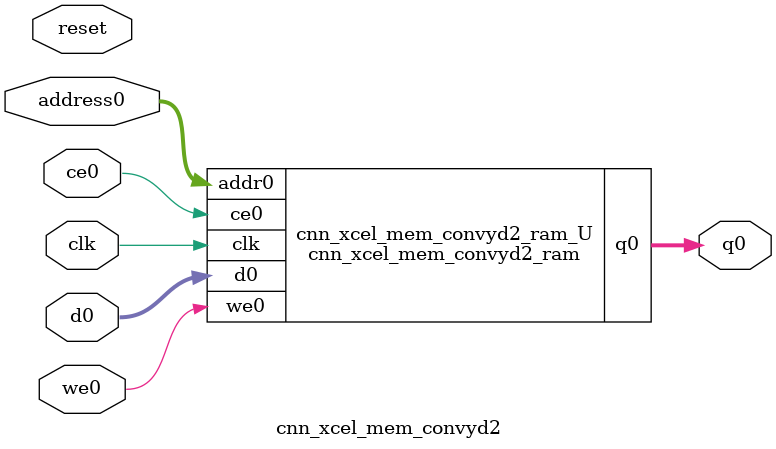
<source format=v>

`timescale 1 ns / 1 ps
module cnn_xcel_mem_convyd2_ram (addr0, ce0, d0, we0, q0,  clk);

parameter DWIDTH = 14;
parameter AWIDTH = 10;
parameter MEM_SIZE = 576;

input[AWIDTH-1:0] addr0;
input ce0;
input[DWIDTH-1:0] d0;
input we0;
output reg[DWIDTH-1:0] q0;
input clk;

(* ram_style = "block" *)reg [DWIDTH-1:0] ram[0:MEM_SIZE-1];




always @(posedge clk)  
begin 
    if (ce0) 
    begin
        if (we0) 
        begin 
            ram[addr0] <= d0; 
            q0 <= d0;
        end 
        else 
            q0 <= ram[addr0];
    end
end


endmodule


`timescale 1 ns / 1 ps
module cnn_xcel_mem_convyd2(
    reset,
    clk,
    address0,
    ce0,
    we0,
    d0,
    q0);

parameter DataWidth = 32'd14;
parameter AddressRange = 32'd576;
parameter AddressWidth = 32'd10;
input reset;
input clk;
input[AddressWidth - 1:0] address0;
input ce0;
input we0;
input[DataWidth - 1:0] d0;
output[DataWidth - 1:0] q0;



cnn_xcel_mem_convyd2_ram cnn_xcel_mem_convyd2_ram_U(
    .clk( clk ),
    .addr0( address0 ),
    .ce0( ce0 ),
    .d0( d0 ),
    .we0( we0 ),
    .q0( q0 ));

endmodule


</source>
